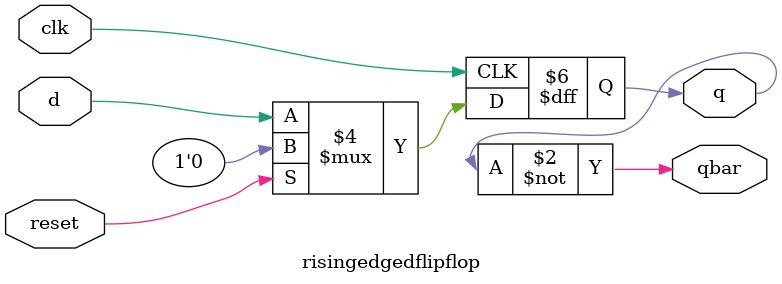
<source format=sv>
module risingedgedflipflop(input logic d, clk, reset,
                           output logic q, qbar);
  always @(posedge clk) begin
    if(reset) 
      q<=0; 
  	else 
      q<=d;
      
    
  end
  
  assign qbar= ~q;
  
    
endmodule

</source>
